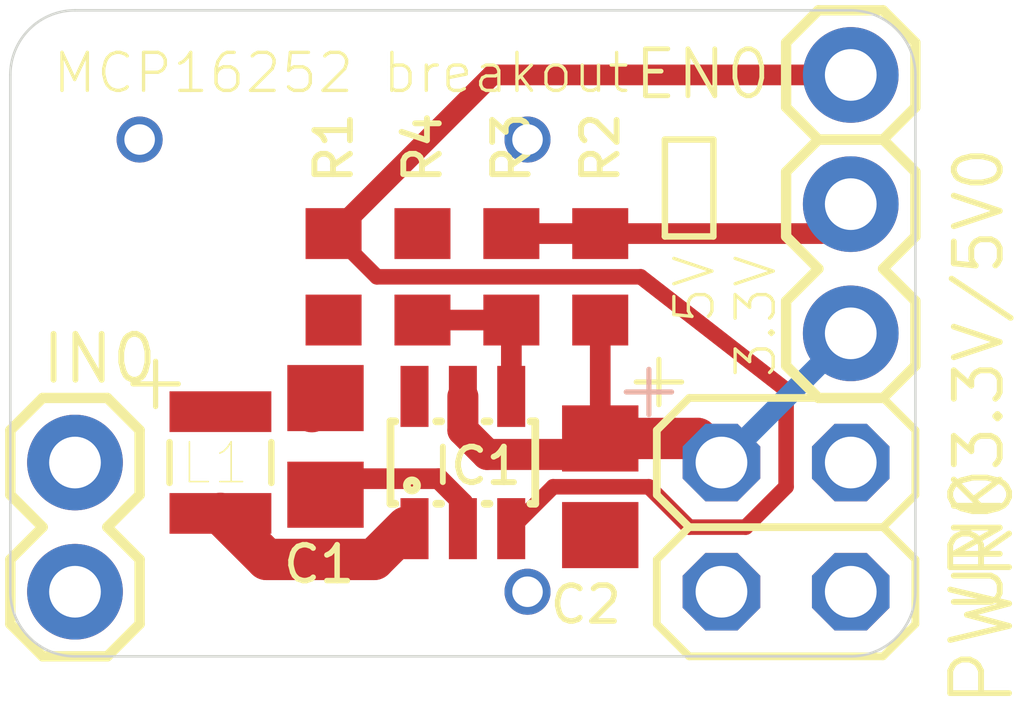
<source format=kicad_pcb>
(kicad_pcb (version 20241229) (generator "pcbnew") (generator_version "9.0")
  (layers (0 "F.Cu" signal) (2 "B.Cu" signal) (13 "F.Paste" user) (15 "B.Paste" user) (5 "F.SilkS" user "F.Silkscreen") (7 "B.SilkS" user "B.Silkscreen") (1 "F.Mask" user) (3 "B.Mask" user) (25 "Edge.Cuts" user))
  (net 0 "")
  (net 1 "N$1")
  (net 2 "VIN")
  (net 3 "GND")
  (net 4 "EN")
  (net 5 "N$3")
  (net 6 "N$4")
  (net 7 "VDD")
  (footprint "MCP16252 v1:1X02" (layer "F.Cu") (at 140.8811 110.0836 90)
    (property "Reference" "IN0" (at 4.0513 -0.7112 0) (layer "F.SilkS") (effects (font (size 0.9017 0.9017) (thickness 0.1143)) (justify left bottom)))
    (property "Value" "")
    (fp_line (start 3.175 -1.27) (end 3.81 -0.635) (stroke (width 0.2032)) (layer "F.SilkS"))
    (fp_line (start 1.905 -1.27) (end 3.175 -1.27) (stroke (width 0.2032)) (layer "F.SilkS"))
    (fp_line (start 0.635 -1.27) (end 1.27 -0.635) (stroke (width 0.2032)) (layer "F.SilkS"))
    (fp_line (start -0.635 -1.27) (end 0.635 -1.27) (stroke (width 0.2032)) (layer "F.SilkS"))
    (fp_line (start -0.635 -1.27) (end -1.27 -0.635) (stroke (width 0.2032)) (layer "F.SilkS"))
    (fp_line (start 3.81 -0.635) (end 3.81 0.635) (stroke (width 0.2032)) (layer "F.SilkS"))
    (fp_line (start 1.27 -0.635) (end 1.905 -1.27) (stroke (width 0.2032)) (layer "F.SilkS"))
    (fp_line (start -1.27 -0.635) (end -1.27 0.635) (stroke (width 0.2032)) (layer "F.SilkS"))
    (fp_line (start 3.81 0.635) (end 3.175 1.27) (stroke (width 0.2032)) (layer "F.SilkS"))
    (fp_line (start 1.27 0.635) (end 0.635 1.27) (stroke (width 0.2032)) (layer "F.SilkS"))
    (fp_line (start -1.27 0.635) (end -0.635 1.27) (stroke (width 0.2032)) (layer "F.SilkS"))
    (fp_line (start 3.175 1.27) (end 1.905 1.27) (stroke (width 0.2032)) (layer "F.SilkS"))
    (fp_line (start 1.905 1.27) (end 1.27 0.635) (stroke (width 0.2032)) (layer "F.SilkS"))
    (fp_line (start 0.635 1.27) (end -0.635 1.27) (stroke (width 0.2032)) (layer "F.SilkS"))
    (pad "1" thru_hole circle (at 0 0 180) (size 1.8796 1.8796) (drill 1.016) (layers "*.Cu" "*.Mask") (net 3 "GND"))
    (pad "2" thru_hole circle (at 2.54 0 180) (size 1.8796 1.8796) (drill 1.016) (layers "*.Cu" "*.Mask") (net 2 "VIN"))
  )
  (footprint "MCP16252 v1:C805" (layer "F.Cu") (at 151.19985 108.01985 -90)
    (property "Reference" "C2" (at 1.905 -0.47625 0) (layer "F.SilkS") (effects (font (size 0.70551 0.70551) (thickness 0.10729)) (justify right top)))
    (property "Value" "10uF/6.3V" (hide yes))
    (pad "1" smd rect (at -0.95 0 270) (size 1.3 1.5) (layers "F.Cu" "F.Mask" "F.Paste") (net 7 "VDD"))
    (pad "2" smd rect (at 0.95 0 270) (size 1.3 1.5) (layers "F.Cu" "F.Mask" "F.Paste") (net 3 "GND"))
  )
  (footprint "MCP16252 v1:R603" (layer "F.Cu") (at 149.4536 103.89235 90)
    (property "Reference" "R3" (at 1.778 0.41275 90) (layer "F.SilkS") (effects (font (size 0.6985 0.6985) (thickness 0.1143)) (justify left bottom)))
    (property "Value" "1.69M" (hide yes))
    (pad "1" smd rect (at -0.85 0 90) (size 1 1.1) (layers "F.Cu" "F.Mask" "F.Paste") (net 5 "N$3"))
    (pad "2" smd rect (at 0.85 0 90) (size 1 1.1) (layers "F.Cu" "F.Mask" "F.Paste") (net 6 "N$4"))
  )
  (footprint "MCP16252 v1:R603" (layer "F.Cu") (at 147.70735 103.89235 -90)
    (property "Reference" "R4" (at -1.778 -0.41275 90) (layer "F.SilkS") (effects (font (size 0.6985 0.6985) (thickness 0.1143)) (justify left bottom)))
    (property "Value" "1M" (hide yes))
    (pad "1" smd rect (at -0.85 0 270) (size 1 1.1) (layers "F.Cu" "F.Mask" "F.Paste") (net 3 "GND"))
    (pad "2" smd rect (at 0.85 0 270) (size 1 1.1) (layers "F.Cu" "F.Mask" "F.Paste") (net 5 "N$3"))
  )
  (footprint "MCP16252 v1:R603" (layer "F.Cu") (at 151.19985 103.89235 -90)
    (property "Reference" "R2" (at -1.778 -0.41275 90) (layer "F.SilkS") (effects (font (size 0.6985 0.6985) (thickness 0.1143)) (justify left bottom)))
    (property "Value" "1.4M" (hide yes))
    (pad "1" smd rect (at -0.85 0 270) (size 1 1.1) (layers "F.Cu" "F.Mask" "F.Paste") (net 6 "N$4"))
    (pad "2" smd rect (at 0.85 0 270) (size 1 1.1) (layers "F.Cu" "F.Mask" "F.Paste") (net 7 "VDD"))
  )
  (footprint "MCP16252 v1:C805" (layer "F.Cu") (at 145.80235 107.2261 -90)
    (property "Reference" "C1" (at 1.905 -0.635 0) (layer "F.SilkS") (effects (font (size 0.70551 0.70551) (thickness 0.10729)) (justify right top)))
    (property "Value" "4.7uF/6.3V" (hide yes))
    (pad "1" smd rect (at -0.95 0 270) (size 1.3 1.5) (layers "F.Cu" "F.Mask" "F.Paste") (net 2 "VIN"))
    (pad "2" smd rect (at 0.95 0 270) (size 1.3 1.5) (layers "F.Cu" "F.Mask" "F.Paste") (net 3 "GND"))
  )
  (footprint "MCP16252 v1:1X01" (layer "F.Cu") (at 156.1211 99.9236)
    (property "Reference" "EN0" (at -1.5113 -0.55245 0) (layer "F.SilkS") (effects (font (size 0.922528 0.922528) (thickness 0.093472)) (justify right top)))
    (property "Value" "")
    (fp_line (start -1.27 -0.635) (end -1.27 0.635) (stroke (width 0.2032)) (layer "F.SilkS"))
    (fp_line (start -1.27 0.635) (end -0.635 1.27) (stroke (width 0.2032)) (layer "F.SilkS"))
    (fp_line (start -0.635 -1.27) (end -1.27 -0.635) (stroke (width 0.2032)) (layer "F.SilkS"))
    (fp_line (start -0.635 1.27) (end 0.635 1.27) (stroke (width 0.2032)) (layer "F.SilkS"))
    (fp_line (start 0.635 -1.27) (end -0.635 -1.27) (stroke (width 0.2032)) (layer "F.SilkS"))
    (fp_line (start 0.635 1.27) (end 1.27 0.635) (stroke (width 0.2032)) (layer "F.SilkS"))
    (fp_line (start 1.27 -0.635) (end 0.635 -1.27) (stroke (width 0.2032)) (layer "F.SilkS"))
    (fp_line (start 1.27 0.635) (end 1.27 -0.635) (stroke (width 0.2032)) (layer "F.SilkS"))
    (pad "1" thru_hole circle (at 0 0 90) (size 1.8796 1.8796) (drill 1.016) (layers "*.Cu" "*.Mask") (net 4 "EN"))
  )
  (footprint "MCP16252 v1:2X02" (layer "F.Cu") (at 154.8511 108.8136 -90)
    (property "Reference" "PWR0" (at -1.27 -3.175 90) (layer "F.SilkS") (effects (font (size 1.1557 1.1557) (thickness 0.1143)) (justify right top)))
    (property "Value" "")
    (fp_line (start -1.905 2.54) (end -0.635 2.54) (stroke (width 0.1524)) (layer "F.SilkS"))
    (fp_line (start -0.635 2.54) (end 0 1.905) (stroke (width 0.1524)) (layer "F.SilkS"))
    (fp_line (start 0.635 2.54) (end 1.905 2.54) (stroke (width 0.1524)) (layer "F.SilkS"))
    (fp_line (start 1.905 2.54) (end 2.54 1.905) (stroke (width 0.1524)) (layer "F.SilkS"))
    (fp_line (start -2.54 1.905) (end -1.905 2.54) (stroke (width 0.1524)) (layer "F.SilkS"))
    (fp_line (start -2.54 1.905) (end -2.54 -1.905) (stroke (width 0.1524)) (layer "F.SilkS"))
    (fp_line (start 0 1.905) (end 0.635 2.54) (stroke (width 0.1524)) (layer "F.SilkS"))
    (fp_line (start -2.54 -1.905) (end -1.905 -2.54) (stroke (width 0.1524)) (layer "F.SilkS"))
    (fp_line (start 0 -1.905) (end 0 1.905) (stroke (width 0.1524)) (layer "F.SilkS"))
    (fp_line (start 0 -1.905) (end 0.635 -2.54) (stroke (width 0.1524)) (layer "F.SilkS"))
    (fp_line (start 2.54 -1.905) (end 2.54 1.905) (stroke (width 0.1524)) (layer "F.SilkS"))
    (fp_line (start -1.905 -2.54) (end -0.635 -2.54) (stroke (width 0.1524)) (layer "F.SilkS"))
    (fp_line (start -0.635 -2.54) (end 0 -1.905) (stroke (width 0.1524)) (layer "F.SilkS"))
    (fp_line (start 0.635 -2.54) (end 1.905 -2.54) (stroke (width 0.1524)) (layer "F.SilkS"))
    (fp_line (start 1.905 -2.54) (end 2.54 -1.905) (stroke (width 0.1524)) (layer "F.SilkS"))
    (pad "1" thru_hole roundrect (at -1.27 1.27 270) (size 1.524 1.524) (drill 1.016) (layers "*.Cu" "*.Mask") (chamfer_ratio 0.2928932188) (chamfer top_left top_right bottom_left bottom_right) (net 7 "VDD"))
    (pad "2" thru_hole roundrect (at -1.27 -1.27 270) (size 1.524 1.524) (drill 1.016) (layers "*.Cu" "*.Mask") (chamfer_ratio 0.2928932188) (chamfer top_left top_right bottom_left bottom_right))
    (pad "3" thru_hole roundrect (at 1.27 1.27 270) (size 1.524 1.524) (drill 1.016) (layers "*.Cu" "*.Mask") (chamfer_ratio 0.2928932188) (chamfer top_left top_right bottom_left bottom_right))
    (pad "4" thru_hole roundrect (at 1.27 -1.27 270) (size 1.524 1.524) (drill 1.016) (layers "*.Cu" "*.Mask") (chamfer_ratio 0.2928932188) (chamfer top_left top_right bottom_left bottom_right) (net 3 "GND"))
  )
  (footprint "MCP16252 v1:1X02" (layer "F.Cu") (at 156.1211 102.4636 -90)
    (property "Reference" "UNK3.3V/5V0" (at -1.18745 -1.98755 90) (layer "F.SilkS") (effects (font (size 0.9017 0.9017) (thickness 0.1143)) (justify right top)))
    (property "Value" "")
    (fp_line (start 0.635 1.27) (end -0.635 1.27) (stroke (width 0.2032)) (layer "F.SilkS"))
    (fp_line (start 1.905 1.27) (end 1.27 0.635) (stroke (width 0.2032)) (layer "F.SilkS"))
    (fp_line (start 3.175 1.27) (end 1.905 1.27) (stroke (width 0.2032)) (layer "F.SilkS"))
    (fp_line (start -1.27 0.635) (end -0.635 1.27) (stroke (width 0.2032)) (layer "F.SilkS"))
    (fp_line (start 1.27 0.635) (end 0.635 1.27) (stroke (width 0.2032)) (layer "F.SilkS"))
    (fp_line (start 3.81 0.635) (end 3.175 1.27) (stroke (width 0.2032)) (layer "F.SilkS"))
    (fp_line (start -1.27 -0.635) (end -1.27 0.635) (stroke (width 0.2032)) (layer "F.SilkS"))
    (fp_line (start 1.27 -0.635) (end 1.905 -1.27) (stroke (width 0.2032)) (layer "F.SilkS"))
    (fp_line (start 3.81 -0.635) (end 3.81 0.635) (stroke (width 0.2032)) (layer "F.SilkS"))
    (fp_line (start -0.635 -1.27) (end -1.27 -0.635) (stroke (width 0.2032)) (layer "F.SilkS"))
    (fp_line (start -0.635 -1.27) (end 0.635 -1.27) (stroke (width 0.2032)) (layer "F.SilkS"))
    (fp_line (start 0.635 -1.27) (end 1.27 -0.635) (stroke (width 0.2032)) (layer "F.SilkS"))
    (fp_line (start 1.905 -1.27) (end 3.175 -1.27) (stroke (width 0.2032)) (layer "F.SilkS"))
    (fp_line (start 3.175 -1.27) (end 3.81 -0.635) (stroke (width 0.2032)) (layer "F.SilkS"))
    (pad "1" thru_hole circle (at 0 0) (size 1.8796 1.8796) (drill 1.016) (layers "*.Cu" "*.Mask") (net 6 "N$4"))
    (pad "2" thru_hole circle (at 2.54 0) (size 1.8796 1.8796) (drill 1.016) (layers "*.Cu" "*.Mask") (net 7 "VDD"))
  )
  (footprint "MCP16252 v1:1007" (layer "F.Cu") (at 143.7386 107.5436 180)
    (property "Reference" "L1" (at -0.60325 0.4445 0) (layer "F.SilkS") (effects (font (size 0.782889 0.782889) (thickness 0.029911)) (justify right top)))
    (property "Value" "4.7uH" (hide yes))
    (fp_line (start 1 0.4) (end 1 -0.4) (stroke (width 0.127)) (layer "F.SilkS"))
    (fp_line (start -1 0.4) (end -1 -0.4) (stroke (width 0.127)) (layer "F.SilkS"))
    (pad "1" smd rect (at 0 -1 180) (size 2 0.8) (layers "F.Cu" "F.Mask" "F.Paste") (net 1 "N$1"))
    (pad "2" smd rect (at 0 1 180) (size 2 0.8) (layers "F.Cu" "F.Mask" "F.Paste") (net 2 "VIN"))
  )
  (footprint "MCP16252 v1:R603" (layer "F.Cu") (at 145.9611 103.89235 -90)
    (property "Reference" "R1" (at -1.778 -0.41275 90) (layer "F.SilkS") (effects (font (size 0.6985 0.6985) (thickness 0.1143)) (justify left bottom)))
    (property "Value" "1M" (hide yes))
    (pad "1" smd rect (at -0.85 0 270) (size 1 1.1) (layers "F.Cu" "F.Mask" "F.Paste") (net 4 "EN"))
    (pad "2" smd rect (at 0.85 0 270) (size 1 1.1) (layers "F.Cu" "F.Mask" "F.Paste") (net 2 "VIN"))
  )
  (footprint "MCP16252 v1:SOT-23-6" (layer "F.Cu") (at 148.5011 107.5436)
    (property "Reference" "IC1" (at -0.635 0.47625 0) (layer "F.SilkS") (effects (font (size 0.6985 0.6985) (thickness 0.1143)) (justify left bottom)))
    (property "Value" "MCP16251/2" (hide yes))
    (fp_line (start -1.422 -0.81) (end -1.328 -0.81) (stroke (width 0.1524)) (layer "F.SilkS"))
    (fp_line (start -1.422 0.81) (end -1.422 -0.81) (stroke (width 0.1524)) (layer "F.SilkS"))
    (fp_line (start -1.328 0.81) (end -1.422 0.81) (stroke (width 0.1524)) (layer "F.SilkS"))
    (fp_line (start -0.522 -0.81) (end -0.428 -0.81) (stroke (width 0.1524)) (layer "F.SilkS"))
    (fp_line (start -0.428 0.81) (end -0.522 0.81) (stroke (width 0.1524)) (layer "F.SilkS"))
    (fp_line (start 0.428 -0.81) (end 0.522 -0.81) (stroke (width 0.1524)) (layer "F.SilkS"))
    (fp_line (start 0.522 0.81) (end 0.428 0.81) (stroke (width 0.1524)) (layer "F.SilkS"))
    (fp_line (start 1.328 -0.81) (end 1.422 -0.81) (stroke (width 0.1524)) (layer "F.SilkS"))
    (fp_line (start 1.422 -0.81) (end 1.422 0.81) (stroke (width 0.1524)) (layer "F.SilkS"))
    (fp_line (start 1.422 0.81) (end 1.328 0.81) (stroke (width 0.1524)) (layer "F.SilkS"))
    (fp_circle (center -1 0.45) (end -0.9 0.45) (stroke (width 0.1524)) (fill no) (layer "F.SilkS"))
    (pad "1" smd rect (at -0.95 1.3) (size 0.55 1.2) (layers "F.Cu" "F.Mask" "F.Paste") (net 1 "N$1"))
    (pad "2" smd rect (at 0 1.3) (size 0.55 1.2) (layers "F.Cu" "F.Mask" "F.Paste") (net 3 "GND"))
    (pad "3" smd rect (at 0.95 1.3) (size 0.55 1.2) (layers "F.Cu" "F.Mask" "F.Paste") (net 4 "EN"))
    (pad "4" smd rect (at 0.95 -1.3) (size 0.55 1.2) (layers "F.Cu" "F.Mask" "F.Paste") (net 5 "N$3"))
    (pad "5" smd rect (at 0 -1.3) (size 0.55 1.2) (layers "F.Cu" "F.Mask" "F.Paste") (net 7 "VDD"))
    (pad "6" smd rect (at -0.95 -1.3) (size 0.55 1.2) (layers "F.Cu" "F.Mask" "F.Paste") (net 2 "VIN"))
  )
  (gr_line (start 152.46985 103.0986) (end 152.46985 101.1936) (stroke (width 0.127)) (layer "F.SilkS"))
  (gr_line (start 152.46985 101.1936) (end 153.42235 101.1936) (stroke (width 0.127)) (layer "F.SilkS"))
  (gr_line (start 153.42235 103.0986) (end 152.46985 103.0986) (stroke (width 0.127)) (layer "F.SilkS"))
  (gr_line (start 153.42235 101.1936) (end 153.42235 103.0986) (stroke (width 0.127)) (layer "F.SilkS"))
  (gr_arc (start 156.1211 98.6536) (mid 157.019126 99.025574) (end 157.3911 99.9236) (stroke (width 0.05)) (layer "Edge.Cuts"))
  (gr_arc (start 140.8811 111.3536) (mid 139.983074 110.981626) (end 139.6111 110.0836) (stroke (width 0.05)) (layer "Edge.Cuts"))
  (gr_line (start 139.6111 99.9236) (end 139.6111 110.0836) (stroke (width 0.05)) (layer "Edge.Cuts"))
  (gr_arc (start 157.3911 110.0836) (mid 157.019126 110.981626) (end 156.1211 111.3536) (stroke (width 0.05)) (layer "Edge.Cuts"))
  (gr_arc (start 139.6111 99.9236) (mid 139.983074 99.025574) (end 140.8811 98.6536) (stroke (width 0.05)) (layer "Edge.Cuts"))
  (gr_line (start 140.8811 111.3536) (end 156.1211 111.3536) (stroke (width 0.05)) (layer "Edge.Cuts"))
  (gr_line (start 157.3911 110.0836) (end 157.3911 99.9236) (stroke (width 0.05)) (layer "Edge.Cuts"))
  (gr_line (start 156.1211 98.6536) (end 140.8811 98.6536) (stroke (width 0.05)) (layer "Edge.Cuts"))
  (gr_text "5V\n3.3V" (at 154.69235 103.4161 90) (layer "F.SilkS") (effects (font (size 0.747776 0.747776) (thickness 0.065024)) (justify right bottom)))
  (gr_text "MCP16252 breakout" (at 140.40485 99.44735 0) (layer "F.SilkS") (effects (font (size 0.747776 0.747776) (thickness 0.065024)) (justify left top)))
  (gr_text "+" (at 152.9461 106.74985 90) (layer "F.SilkS") (effects (font (size 1.1684 1.1684) (thickness 0.1016)) (justify left bottom)))
  (gr_text "+" (at 141.67485 106.5911 0) (layer "F.SilkS") (effects (font (size 1.1684 1.1684) (thickness 0.1016)) (justify left bottom)))
  (gr_text "+" (at 152.9461 106.74985 -0) (layer "B.SilkS") (effects (font (size 1.1684 1.1684) (thickness 0.1016)) (justify left bottom mirror)))
  (segment (start 147.2611 108.8436) (end 147.38985 108.8136) (width 0.4064) (layer "F.Cu") (net 1))
  (segment (start 144.6436 109.4486) (end 143.7386 108.5436) (width 0.8128) (layer "F.Cu") (net 1))
  (segment (start 147.38985 108.8136) (end 146.75485 109.4486) (width 0.8128) (layer "F.Cu") (net 1))
  (segment (start 146.75485 109.4486) (end 144.6436 109.4486) (width 0.8128) (layer "F.Cu") (net 1))
  (segment (start 147.5511 108.8436) (end 147.2611 108.8436) (width 0.4064) (layer "F.Cu") (net 1))
  (segment (start 145.83485 106.2436) (end 145.80235 106.2761) (width 0.8128) (layer "F.Cu") (net 2))
  (segment (start 145.9611 106.11735) (end 145.80235 106.2761) (width 0.4064) (layer "F.Cu") (net 2))
  (segment (start 145.53485 106.5436) (end 145.80235 106.2761) (width 0.8128) (layer "F.Cu") (net 2))
  (segment (start 148.5011 108.33735) (end 148.5011 108.8436) (width 0.4064) (layer "F.Cu") (net 3))
  (segment (start 146.11735 107.8611) (end 148.02485 107.8611) (width 0.4064) (layer "F.Cu") (net 3))
  (segment (start 148.02485 107.8611) (end 148.5011 108.33735) (width 0.4064) (layer "F.Cu") (net 3))
  (segment (start 145.80235 108.1761) (end 146.11735 107.8611) (width 0.4064) (layer "F.Cu") (net 3))
  (via (at 149.7711 101.1936) (size 0.9048) (drill 0.6) (layers "F.Cu" "B.Cu") (net 3))
  (via (at 142.1511 101.1936) (size 0.9048) (drill 0.6) (layers "F.Cu" "B.Cu") (net 3))
  (via (at 149.7711 110.0836) (size 0.9048) (drill 0.6) (layers "F.Cu" "B.Cu") (net 3))
  (segment (start 145.9611 103.04235) (end 146.8111 103.89235) (width 0.3048) (layer "F.Cu") (net 4))
  (segment (start 149.4511 108.8436) (end 150.27485 108.01985) (width 0.3048) (layer "F.Cu") (net 4))
  (segment (start 146.8111 103.89235) (end 151.9936 103.89235) (width 0.3048) (layer "F.Cu") (net 4))
  (segment (start 156.1211 99.9236) (end 149.07985 99.9236) (width 0.4064) (layer "F.Cu") (net 4))
  (segment (start 149.07985 99.9236) (end 145.9611 103.04235) (width 0.4064) (layer "F.Cu") (net 4))
  (segment (start 152.15235 108.01985) (end 152.9461 108.8136) (width 0.3048) (layer "F.Cu") (net 4))
  (segment (start 154.05735 108.8136) (end 154.8511 108.01985) (width 0.3048) (layer "F.Cu") (net 4))
  (segment (start 154.8511 106.11485) (end 151.9936 103.89235) (width 0.3048) (layer "F.Cu") (net 4))
  (segment (start 152.9461 108.8136) (end 154.05735 108.8136) (width 0.3048) (layer "F.Cu") (net 4))
  (segment (start 154.8511 108.01985) (end 154.8511 106.11485) (width 0.3048) (layer "F.Cu") (net 4))
  (segment (start 150.27485 108.01985) (end 152.15235 108.01985) (width 0.3048) (layer "F.Cu") (net 4))
  (segment (start 147.70735 104.74235) (end 149.4536 104.74235) (width 0.4064) (layer "F.Cu") (net 5))
  (segment (start 149.4536 104.74235) (end 149.4536 106.2411) (width 0.4064) (layer "F.Cu") (net 5))
  (segment (start 149.4536 106.2411) (end 149.4511 106.2436) (width 0.4064) (layer "F.Cu") (net 5))
  (segment (start 151.19985 103.04235) (end 149.4536 103.04235) (width 0.4064) (layer "F.Cu") (net 6))
  (segment (start 155.54235 103.04235) (end 156.1211 102.4636) (width 0.4064) (layer "F.Cu") (net 6))
  (segment (start 151.19985 103.04235) (end 155.54235 103.04235) (width 0.4064) (layer "F.Cu") (net 6))
  (segment (start 150.88485 107.38485) (end 151.19985 107.06985) (width 0.6096) (layer "F.Cu") (net 7))
  (segment (start 148.5011 106.9086) (end 148.97735 107.38485) (width 0.6096) (layer "F.Cu") (net 7))
  (segment (start 151.19985 104.74235) (end 151.19985 107.06985) (width 0.4064) (layer "F.Cu") (net 7))
  (segment (start 148.97735 107.38485) (end 150.88485 107.38485) (width 0.6096) (layer "F.Cu") (net 7))
  (segment (start 151.19985 107.06985) (end 153.10735 107.06985) (width 0.8128) (layer "F.Cu") (net 7))
  (segment (start 148.5011 106.2436) (end 148.5011 106.9086) (width 0.6096) (layer "F.Cu") (net 7))
  (segment (start 153.10735 107.06985) (end 153.5811 107.5436) (width 0.8128) (layer "F.Cu") (net 7))
  (segment (start 153.5811 107.5436) (end 156.1211 105.0036) (width 0.4064) (layer "B.Cu") (net 7))
)
</source>
